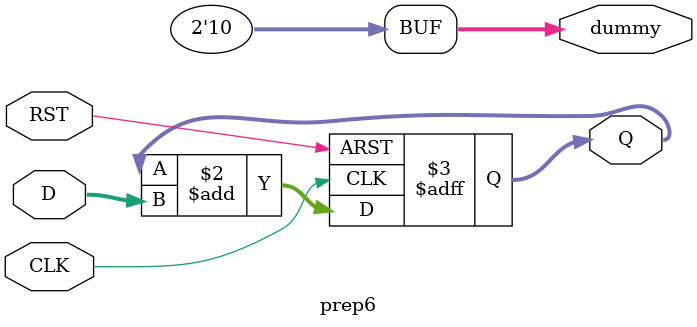
<source format=v>

/* PREP6 contains a sixteen bit accumulator

Copyright (c) 1994 Synplicity, Inc.*/	


module prep6(Q,dummy, CLK, RST, D);
output [15:0] Q;
output [1:0] dummy;	//remove warning message in DPM process

input CLK, RST;
input [15:0] D;
reg [15:0] Q;

assign dummy[1] = 1;	//remove warning message in DPM process
assign dummy[0] = 0;	//remove warning message in DPM process

always  @(posedge CLK or posedge RST)
begin
	if (RST)	Q = 0;	 // reset logic
	else Q = Q + D; // accumulate
end

endmodule

</source>
